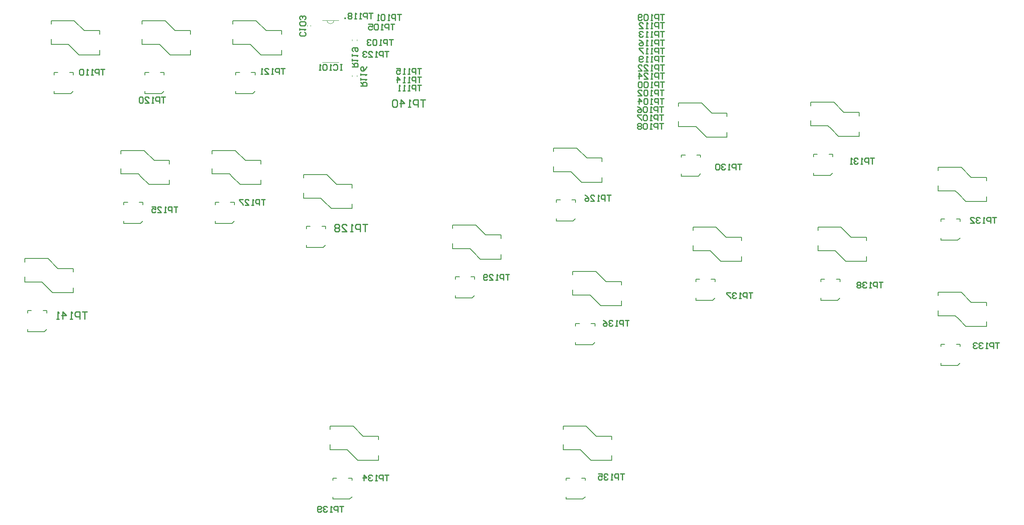
<source format=gbo>
G04*
G04 #@! TF.GenerationSoftware,Altium Limited,CircuitStudio,1.5.2 (30)*
G04*
G04 Layer_Color=13948096*
%FSLAX25Y25*%
%MOIN*%
G70*
G01*
G75*
%ADD23C,0.00591*%
%ADD24C,0.01000*%
%ADD28C,0.00394*%
%ADD51C,0.01575*%
D23*
X-45276Y-212953D02*
Y-210984D01*
Y-197598D02*
Y-195630D01*
X-29528Y-197598D02*
Y-195630D01*
X-45276D02*
X-42126D01*
X-32677D02*
X-29528D01*
X-45276Y-212953D02*
X-31496D01*
X-29528Y-210984D01*
X-24803Y-181063D02*
X-7874D01*
X-20472Y-161378D02*
X-7874D01*
X-47638Y-153110D02*
X-28740D01*
X-47638Y-172402D02*
X-33465D01*
X-31102Y-174764D02*
X-24803Y-181063D01*
X-28740Y-153110D02*
X-20472Y-161378D01*
X-47638Y-155866D02*
Y-153110D01*
Y-172402D02*
Y-168071D01*
X-7874Y-164134D02*
Y-161378D01*
Y-181063D02*
Y-177126D01*
X-33465Y-172402D02*
X-31102Y-174764D01*
X53150Y-176614D02*
Y-174646D01*
Y-161260D02*
Y-159291D01*
X68898Y-161260D02*
Y-159291D01*
X53150D02*
X56299D01*
X65748D02*
X68898D01*
X53150Y-176614D02*
X66929D01*
X68898Y-174646D01*
X73622Y-144724D02*
X90551D01*
X77953Y-125039D02*
X90551D01*
X50787Y-116772D02*
X69685D01*
X50787Y-136063D02*
X64961D01*
X67323Y-138425D02*
X73622Y-144724D01*
X69685Y-116772D02*
X77953Y-125039D01*
X50787Y-119527D02*
Y-116772D01*
Y-136063D02*
Y-131732D01*
X90551Y-127795D02*
Y-125039D01*
Y-144724D02*
Y-140787D01*
X64961Y-136063D02*
X67323Y-138425D01*
X-61024Y-111811D02*
Y-109843D01*
Y-96457D02*
Y-94488D01*
X-45276Y-96457D02*
Y-94488D01*
X-61024D02*
X-57874D01*
X-48425D02*
X-45276D01*
X-61024Y-111811D02*
X-47244D01*
X-45276Y-109843D01*
X-40551Y-79921D02*
X-23622D01*
X-36220Y-60236D02*
X-23622D01*
X-63386Y-51968D02*
X-44488D01*
X-63386Y-71260D02*
X-49213D01*
X-46850Y-73622D02*
X-40551Y-79921D01*
X-44488Y-51968D02*
X-36220Y-60236D01*
X-63386Y-54724D02*
Y-51968D01*
Y-71260D02*
Y-66929D01*
X-23622Y-62992D02*
Y-60236D01*
Y-79921D02*
Y-75984D01*
X-49213Y-71260D02*
X-46850Y-73622D01*
X41339Y-74921D02*
Y-72953D01*
Y-59567D02*
Y-57598D01*
X57087Y-59567D02*
Y-57598D01*
X41339D02*
X44488D01*
X53937D02*
X57087D01*
X41339Y-74921D02*
X55118D01*
X57087Y-72953D01*
X61811Y-43031D02*
X78740D01*
X66142Y-23347D02*
X78740D01*
X38976Y-15079D02*
X57874D01*
X38976Y-34370D02*
X53150D01*
X55512Y-36732D02*
X61811Y-43031D01*
X57874Y-15079D02*
X66142Y-23347D01*
X38976Y-17835D02*
Y-15079D01*
Y-34370D02*
Y-30039D01*
X78740Y-26102D02*
Y-23347D01*
Y-43031D02*
Y-39094D01*
X53150Y-34370D02*
X55512Y-36732D01*
X-340551Y-113779D02*
Y-111811D01*
Y-98425D02*
Y-96457D01*
X-324803Y-98425D02*
Y-96457D01*
X-340551D02*
X-337402D01*
X-327953D02*
X-324803D01*
X-340551Y-113779D02*
X-326772D01*
X-324803Y-111811D01*
X-320079Y-81890D02*
X-303150D01*
X-315748Y-62205D02*
X-303150D01*
X-342913Y-53937D02*
X-324016D01*
X-342913Y-73228D02*
X-328740D01*
X-326378Y-75590D02*
X-320079Y-81890D01*
X-324016Y-53937D02*
X-315748Y-62205D01*
X-342913Y-56693D02*
Y-53937D01*
Y-73228D02*
Y-68898D01*
X-303150Y-64961D02*
Y-62205D01*
Y-81890D02*
Y-77953D01*
X-328740Y-73228D02*
X-326378Y-75590D01*
X-323622Y-7480D02*
Y-5512D01*
Y7874D02*
Y9843D01*
X-307874Y7874D02*
Y9843D01*
X-323622D02*
X-320472D01*
X-311024D02*
X-307874D01*
X-323622Y-7480D02*
X-309842D01*
X-307874Y-5512D01*
X-303150Y24409D02*
X-286221D01*
X-298819Y44094D02*
X-286221D01*
X-325984Y52362D02*
X-307087D01*
X-325984Y33071D02*
X-311811D01*
X-309449Y30709D02*
X-303150Y24409D01*
X-307087Y52362D02*
X-298819Y44094D01*
X-325984Y49606D02*
Y52362D01*
Y33071D02*
Y37402D01*
X-286221Y41339D02*
Y44094D01*
Y24409D02*
Y28346D01*
X-311811Y33071D02*
X-309449Y30709D01*
X149606Y-74410D02*
Y-72441D01*
Y-59055D02*
Y-57087D01*
X165354Y-59055D02*
Y-57087D01*
X149606D02*
X152756D01*
X162205D02*
X165354D01*
X149606Y-74410D02*
X163386D01*
X165354Y-72441D01*
X170079Y-42520D02*
X187008D01*
X174409Y-22835D02*
X187008D01*
X147244Y-14567D02*
X166142D01*
X147244Y-33858D02*
X161417D01*
X163779Y-36220D02*
X170079Y-42520D01*
X166142Y-14567D02*
X174409Y-22835D01*
X147244Y-17323D02*
Y-14567D01*
Y-33858D02*
Y-29528D01*
X187008Y-25591D02*
Y-22835D01*
Y-42520D02*
Y-38583D01*
X161417Y-33858D02*
X163779Y-36220D01*
X155512Y-176614D02*
Y-174646D01*
Y-161260D02*
Y-159291D01*
X171260Y-161260D02*
Y-159291D01*
X155512D02*
X158661D01*
X168110D02*
X171260D01*
X155512Y-176614D02*
X169291D01*
X171260Y-174646D01*
X175984Y-144724D02*
X192913D01*
X180315Y-125039D02*
X192913D01*
X153150Y-116772D02*
X172047D01*
X153150Y-136063D02*
X167323D01*
X169685Y-138425D02*
X175984Y-144724D01*
X172047Y-116772D02*
X180315Y-125039D01*
X153150Y-119527D02*
Y-116772D01*
Y-136063D02*
Y-131732D01*
X192913Y-127795D02*
Y-125039D01*
Y-144724D02*
Y-140787D01*
X167323Y-136063D02*
X169685Y-138425D01*
X-143701Y-174803D02*
Y-172835D01*
Y-159449D02*
Y-157480D01*
X-127953Y-159449D02*
Y-157480D01*
X-143701D02*
X-140551D01*
X-131102D02*
X-127953D01*
X-143701Y-174803D02*
X-129921D01*
X-127953Y-172835D01*
X-123228Y-142913D02*
X-106299D01*
X-118898Y-123228D02*
X-106299D01*
X-146063Y-114961D02*
X-127165D01*
X-146063Y-134252D02*
X-131890D01*
X-129528Y-136614D02*
X-123228Y-142913D01*
X-127165Y-114961D02*
X-118898Y-123228D01*
X-146063Y-117717D02*
Y-114961D01*
Y-134252D02*
Y-129921D01*
X-106299Y-125984D02*
Y-123228D01*
Y-142913D02*
Y-138976D01*
X-131890Y-134252D02*
X-129528Y-136614D01*
X-415354Y-113779D02*
Y-111811D01*
Y-98425D02*
Y-96457D01*
X-399606Y-98425D02*
Y-96457D01*
X-415354D02*
X-412205D01*
X-402756D02*
X-399606D01*
X-415354Y-113779D02*
X-401575D01*
X-399606Y-111811D01*
X-394882Y-81890D02*
X-377953D01*
X-390551Y-62205D02*
X-377953D01*
X-417717Y-53937D02*
X-398819D01*
X-417717Y-73228D02*
X-403543D01*
X-401181Y-75590D02*
X-394882Y-81890D01*
X-398819Y-53937D02*
X-390551Y-62205D01*
X-417717Y-56693D02*
Y-53937D01*
Y-73228D02*
Y-68898D01*
X-377953Y-64961D02*
Y-62205D01*
Y-81890D02*
Y-77953D01*
X-403543Y-73228D02*
X-401181Y-75590D01*
X253937Y-127559D02*
Y-125591D01*
Y-112205D02*
Y-110236D01*
X269685Y-112205D02*
Y-110236D01*
X253937D02*
X257087D01*
X266535D02*
X269685D01*
X253937Y-127559D02*
X267717D01*
X269685Y-125591D01*
X274409Y-95669D02*
X291339D01*
X278740Y-75984D02*
X291339D01*
X251575Y-67716D02*
X270472D01*
X251575Y-87008D02*
X265748D01*
X268110Y-89370D02*
X274409Y-95669D01*
X270472Y-67716D02*
X278740Y-75984D01*
X251575Y-70472D02*
Y-67716D01*
Y-87008D02*
Y-82677D01*
X291339Y-78740D02*
Y-75984D01*
Y-95669D02*
Y-91732D01*
X265748Y-87008D02*
X268110Y-89370D01*
X253937Y-229921D02*
Y-227953D01*
Y-214567D02*
Y-212598D01*
X269685Y-214567D02*
Y-212598D01*
X253937D02*
X257087D01*
X266535D02*
X269685D01*
X253937Y-229921D02*
X267717D01*
X269685Y-227953D01*
X274409Y-198031D02*
X291339D01*
X278740Y-178347D02*
X291339D01*
X251575Y-170079D02*
X270472D01*
X251575Y-189370D02*
X265748D01*
X268110Y-191732D02*
X274409Y-198031D01*
X270472Y-170079D02*
X278740Y-178347D01*
X251575Y-172835D02*
Y-170079D01*
Y-189370D02*
Y-185039D01*
X291339Y-181102D02*
Y-178347D01*
Y-198031D02*
Y-194095D01*
X265748Y-189370D02*
X268110Y-191732D01*
X-53150Y-339567D02*
Y-337598D01*
Y-324213D02*
Y-322244D01*
X-37402Y-324213D02*
Y-322244D01*
X-53150D02*
X-50000D01*
X-40551D02*
X-37402D01*
X-53150Y-339567D02*
X-39370D01*
X-37402Y-337598D01*
X-32677Y-307677D02*
X-15748D01*
X-28346Y-287992D02*
X-15748D01*
X-55512Y-279724D02*
X-36614D01*
X-55512Y-299016D02*
X-41339D01*
X-38976Y-301378D02*
X-32677Y-307677D01*
X-36614Y-279724D02*
X-28346Y-287992D01*
X-55512Y-282480D02*
Y-279724D01*
Y-299016D02*
Y-294685D01*
X-15748Y-290748D02*
Y-287992D01*
Y-307677D02*
Y-303740D01*
X-41339Y-299016D02*
X-38976Y-301378D01*
X-265748Y-133465D02*
Y-131496D01*
Y-118110D02*
Y-116142D01*
X-250000Y-118110D02*
Y-116142D01*
X-265748D02*
X-262598D01*
X-253150D02*
X-250000D01*
X-265748Y-133465D02*
X-251969D01*
X-250000Y-131496D01*
X-245276Y-101575D02*
X-228346D01*
X-240945Y-81890D02*
X-228346D01*
X-268110Y-73622D02*
X-249213D01*
X-268110Y-92913D02*
X-253937D01*
X-251575Y-95276D02*
X-245276Y-101575D01*
X-249213Y-73622D02*
X-240945Y-81890D01*
X-268110Y-76378D02*
Y-73622D01*
Y-92913D02*
Y-88583D01*
X-228346Y-84646D02*
Y-81890D01*
Y-101575D02*
Y-97638D01*
X-253937Y-92913D02*
X-251575Y-95276D01*
X-398031Y-7480D02*
Y-5512D01*
Y7874D02*
Y9843D01*
X-382283Y7874D02*
Y9843D01*
X-398031D02*
X-394882D01*
X-385433D02*
X-382283D01*
X-398031Y-7480D02*
X-384252D01*
X-382283Y-5512D01*
X-377559Y24409D02*
X-360630D01*
X-373228Y44094D02*
X-360630D01*
X-400394Y52362D02*
X-381496D01*
X-400394Y33071D02*
X-386221D01*
X-383858Y30709D02*
X-377559Y24409D01*
X-381496Y52362D02*
X-373228Y44094D01*
X-400394Y49606D02*
Y52362D01*
Y33071D02*
Y37402D01*
X-360630Y41339D02*
Y44094D01*
Y24409D02*
Y28346D01*
X-386221Y33071D02*
X-383858Y30709D01*
X-244094Y-339567D02*
Y-337598D01*
Y-324213D02*
Y-322244D01*
X-228346Y-324213D02*
Y-322244D01*
X-244094D02*
X-240945D01*
X-231496D02*
X-228346D01*
X-244094Y-339567D02*
X-230315D01*
X-228346Y-337598D01*
X-223622Y-307677D02*
X-206693D01*
X-219291Y-287992D02*
X-206693D01*
X-246457Y-279724D02*
X-227559D01*
X-246457Y-299016D02*
X-232283D01*
X-229921Y-301378D02*
X-223622Y-307677D01*
X-227559Y-279724D02*
X-219291Y-287992D01*
X-246457Y-282480D02*
Y-279724D01*
Y-299016D02*
Y-294685D01*
X-206693Y-290748D02*
Y-287992D01*
Y-307677D02*
Y-303740D01*
X-232283Y-299016D02*
X-229921Y-301378D01*
X-472441Y-7480D02*
Y-5512D01*
Y7874D02*
Y9843D01*
X-456693Y7874D02*
Y9843D01*
X-472441D02*
X-469291D01*
X-459842D02*
X-456693D01*
X-472441Y-7480D02*
X-458661D01*
X-456693Y-5512D01*
X-451968Y24409D02*
X-435039D01*
X-447638Y44094D02*
X-435039D01*
X-474803Y52362D02*
X-455905D01*
X-474803Y33071D02*
X-460630D01*
X-458268Y30709D02*
X-451968Y24409D01*
X-455905Y52362D02*
X-447638Y44094D01*
X-474803Y49606D02*
Y52362D01*
Y33071D02*
Y37402D01*
X-435039Y41339D02*
Y44094D01*
Y24409D02*
Y28346D01*
X-460630Y33071D02*
X-458268Y30709D01*
X-494095Y-202362D02*
Y-200394D01*
Y-187008D02*
Y-185039D01*
X-478346Y-187008D02*
Y-185039D01*
X-494095D02*
X-490945D01*
X-481496D02*
X-478346D01*
X-494095Y-202362D02*
X-480315D01*
X-478346Y-200394D01*
X-473622Y-170472D02*
X-456693D01*
X-469291Y-150787D02*
X-456693D01*
X-496457Y-142520D02*
X-477559D01*
X-496457Y-161811D02*
X-482283D01*
X-479921Y-164173D02*
X-473622Y-170472D01*
X-477559Y-142520D02*
X-469291Y-150787D01*
X-496457Y-145276D02*
Y-142520D01*
Y-161811D02*
Y-157480D01*
X-456693Y-153543D02*
Y-150787D01*
Y-170472D02*
Y-166535D01*
X-482283Y-161811D02*
X-479921Y-164173D01*
D24*
X-215748Y-114474D02*
X-219747D01*
X-217747D01*
Y-120472D01*
X-221746D02*
Y-114474D01*
X-224745D01*
X-225745Y-115474D01*
Y-117473D01*
X-224745Y-118473D01*
X-221746D01*
X-227744Y-120472D02*
X-229744D01*
X-228744D01*
Y-114474D01*
X-227744Y-115474D01*
X-236741Y-120472D02*
X-232743D01*
X-236741Y-116474D01*
Y-115474D01*
X-235742Y-114474D01*
X-233742D01*
X-232743Y-115474D01*
X-238741D02*
X-239740Y-114474D01*
X-241740D01*
X-242739Y-115474D01*
Y-116474D01*
X-241740Y-117473D01*
X-242739Y-118473D01*
Y-119473D01*
X-241740Y-120472D01*
X-239740D01*
X-238741Y-119473D01*
Y-118473D01*
X-239740Y-117473D01*
X-238741Y-116474D01*
Y-115474D01*
X-239740Y-117473D02*
X-241740D01*
X301575Y-211419D02*
X298426D01*
X300001D01*
Y-216142D01*
X296852D02*
Y-211419D01*
X294491D01*
X293703Y-212206D01*
Y-213780D01*
X294491Y-214567D01*
X296852D01*
X292129Y-216142D02*
X290555D01*
X291342D01*
Y-211419D01*
X292129Y-212206D01*
X288193D02*
X287406Y-211419D01*
X285832D01*
X285045Y-212206D01*
Y-212993D01*
X285832Y-213780D01*
X286619D01*
X285832D01*
X285045Y-214567D01*
Y-215355D01*
X285832Y-216142D01*
X287406D01*
X288193Y-215355D01*
X283470Y-212206D02*
X282683Y-211419D01*
X281109D01*
X280322Y-212206D01*
Y-212993D01*
X281109Y-213780D01*
X281896D01*
X281109D01*
X280322Y-214567D01*
Y-215355D01*
X281109Y-216142D01*
X282683D01*
X283470Y-215355D01*
X-235433Y-345277D02*
X-238582D01*
X-237007D01*
Y-350000D01*
X-240156D02*
Y-345277D01*
X-242517D01*
X-243304Y-346064D01*
Y-347639D01*
X-242517Y-348426D01*
X-240156D01*
X-244879Y-350000D02*
X-246453D01*
X-245666D01*
Y-345277D01*
X-244879Y-346064D01*
X-248815D02*
X-249602Y-345277D01*
X-251176D01*
X-251963Y-346064D01*
Y-346851D01*
X-251176Y-347639D01*
X-250389D01*
X-251176D01*
X-251963Y-348426D01*
Y-349213D01*
X-251176Y-350000D01*
X-249602D01*
X-248815Y-349213D01*
X-253537D02*
X-254325Y-350000D01*
X-255899D01*
X-256686Y-349213D01*
Y-346064D01*
X-255899Y-345277D01*
X-254325D01*
X-253537Y-346064D01*
Y-346851D01*
X-254325Y-347639D01*
X-256686D01*
X-198425Y-319687D02*
X-201574D01*
X-199999D01*
Y-324410D01*
X-203148D02*
Y-319687D01*
X-205509D01*
X-206297Y-320474D01*
Y-322048D01*
X-205509Y-322835D01*
X-203148D01*
X-207871Y-324410D02*
X-209445D01*
X-208658D01*
Y-319687D01*
X-207871Y-320474D01*
X-211807D02*
X-212594Y-319687D01*
X-214168D01*
X-214955Y-320474D01*
Y-321261D01*
X-214168Y-322048D01*
X-213381D01*
X-214168D01*
X-214955Y-322835D01*
Y-323622D01*
X-214168Y-324410D01*
X-212594D01*
X-211807Y-323622D01*
X-218891Y-324410D02*
Y-319687D01*
X-216530Y-322048D01*
X-219678D01*
X-445276Y-186128D02*
X-449274D01*
X-447275D01*
Y-192126D01*
X-451274D02*
Y-186128D01*
X-454273D01*
X-455272Y-187128D01*
Y-189127D01*
X-454273Y-190127D01*
X-451274D01*
X-457272Y-192126D02*
X-459271D01*
X-458271D01*
Y-186128D01*
X-457272Y-187128D01*
X-465269Y-192126D02*
Y-186128D01*
X-462270Y-189127D01*
X-466269D01*
X-468268Y-192126D02*
X-470267D01*
X-469268D01*
Y-186128D01*
X-468268Y-187128D01*
X-168504Y-12506D02*
X-172503D01*
X-170503D01*
Y-18504D01*
X-174502D02*
Y-12506D01*
X-177501D01*
X-178501Y-13506D01*
Y-15505D01*
X-177501Y-16505D01*
X-174502D01*
X-180500Y-18504D02*
X-182499D01*
X-181500D01*
Y-12506D01*
X-180500Y-13506D01*
X-188497Y-18504D02*
Y-12506D01*
X-185498Y-15505D01*
X-189497D01*
X-191497Y-13506D02*
X-192496Y-12506D01*
X-194495D01*
X-195495Y-13506D01*
Y-17504D01*
X-194495Y-18504D01*
X-192496D01*
X-191497Y-17504D01*
Y-13506D01*
X-299606Y-94096D02*
X-302755D01*
X-301181D01*
Y-98819D01*
X-304329D02*
Y-94096D01*
X-306691D01*
X-307478Y-94883D01*
Y-96457D01*
X-306691Y-97245D01*
X-304329D01*
X-309052Y-98819D02*
X-310626D01*
X-309839D01*
Y-94096D01*
X-309052Y-94883D01*
X-316136Y-98819D02*
X-312988D01*
X-316136Y-95670D01*
Y-94883D01*
X-315349Y-94096D01*
X-313775D01*
X-312988Y-94883D01*
X-317711Y-94096D02*
X-320859D01*
Y-94883D01*
X-317711Y-98032D01*
Y-98819D01*
X-371260Y-100002D02*
X-374408D01*
X-372834D01*
Y-104724D01*
X-375983D02*
Y-100002D01*
X-378344D01*
X-379131Y-100789D01*
Y-102363D01*
X-378344Y-103150D01*
X-375983D01*
X-380706Y-104724D02*
X-382280D01*
X-381493D01*
Y-100002D01*
X-380706Y-100789D01*
X-387790Y-104724D02*
X-384641D01*
X-387790Y-101576D01*
Y-100789D01*
X-387003Y-100002D01*
X-385429D01*
X-384641Y-100789D01*
X-392513Y-100002D02*
X-389364D01*
Y-102363D01*
X-390938Y-101576D01*
X-391726D01*
X-392513Y-102363D01*
Y-103937D01*
X-391726Y-104724D01*
X-390151D01*
X-389364Y-103937D01*
X-283465Y13384D02*
X-286613D01*
X-285039D01*
Y8661D01*
X-288187D02*
Y13384D01*
X-290549D01*
X-291336Y12597D01*
Y11023D01*
X-290549Y10236D01*
X-288187D01*
X-292910Y8661D02*
X-294485D01*
X-293698D01*
Y13384D01*
X-292910Y12597D01*
X-299995Y8661D02*
X-296846D01*
X-299995Y11810D01*
Y12597D01*
X-299207Y13384D01*
X-297633D01*
X-296846Y12597D01*
X-301569Y8661D02*
X-303143D01*
X-302356D01*
Y13384D01*
X-301569Y12597D01*
X-381496Y-10238D02*
X-384645D01*
X-383070D01*
Y-14961D01*
X-386219D02*
Y-10238D01*
X-388580D01*
X-389368Y-11025D01*
Y-12599D01*
X-388580Y-13386D01*
X-386219D01*
X-390942Y-14961D02*
X-392516D01*
X-391729D01*
Y-10238D01*
X-390942Y-11025D01*
X-398026Y-14961D02*
X-394878D01*
X-398026Y-11812D01*
Y-11025D01*
X-397239Y-10238D01*
X-395665D01*
X-394878Y-11025D01*
X-399601D02*
X-400388Y-10238D01*
X-401962D01*
X-402749Y-11025D01*
Y-14174D01*
X-401962Y-14961D01*
X-400388D01*
X-399601Y-14174D01*
Y-11025D01*
X-431102Y12597D02*
X-434251D01*
X-432677D01*
Y7874D01*
X-435825D02*
Y12597D01*
X-438187D01*
X-438974Y11810D01*
Y10236D01*
X-438187Y9448D01*
X-435825D01*
X-440548Y7874D02*
X-442122D01*
X-441335D01*
Y12597D01*
X-440548Y11810D01*
X-444484Y7874D02*
X-446058D01*
X-445271D01*
Y12597D01*
X-444484Y11810D01*
X-448420D02*
X-449207Y12597D01*
X-450781D01*
X-451568Y11810D01*
Y8661D01*
X-450781Y7874D01*
X-449207D01*
X-448420Y8661D01*
Y11810D01*
X-99606Y-155513D02*
X-102755D01*
X-101181D01*
Y-160236D01*
X-104329D02*
Y-155513D01*
X-106691D01*
X-107478Y-156300D01*
Y-157875D01*
X-106691Y-158662D01*
X-104329D01*
X-109052Y-160236D02*
X-110626D01*
X-109839D01*
Y-155513D01*
X-109052Y-156300D01*
X-116136Y-160236D02*
X-112988D01*
X-116136Y-157088D01*
Y-156300D01*
X-115349Y-155513D01*
X-113775D01*
X-112988Y-156300D01*
X-117711Y-159449D02*
X-118498Y-160236D01*
X-120072D01*
X-120859Y-159449D01*
Y-156300D01*
X-120072Y-155513D01*
X-118498D01*
X-117711Y-156300D01*
Y-157088D01*
X-118498Y-157875D01*
X-120859D01*
X-5512Y-318899D02*
X-8660D01*
X-7086D01*
Y-323622D01*
X-10235D02*
Y-318899D01*
X-12596D01*
X-13383Y-319686D01*
Y-321261D01*
X-12596Y-322048D01*
X-10235D01*
X-14958Y-323622D02*
X-16532D01*
X-15745D01*
Y-318899D01*
X-14958Y-319686D01*
X-18893D02*
X-19681Y-318899D01*
X-21255D01*
X-22042Y-319686D01*
Y-320474D01*
X-21255Y-321261D01*
X-20468D01*
X-21255D01*
X-22042Y-322048D01*
Y-322835D01*
X-21255Y-323622D01*
X-19681D01*
X-18893Y-322835D01*
X-26765Y-318899D02*
X-23616D01*
Y-321261D01*
X-25190Y-320474D01*
X-25978D01*
X-26765Y-321261D01*
Y-322835D01*
X-25978Y-323622D01*
X-24403D01*
X-23616Y-322835D01*
X-1575Y-192915D02*
X-4723D01*
X-3149D01*
Y-197638D01*
X-6298D02*
Y-192915D01*
X-8659D01*
X-9446Y-193702D01*
Y-195276D01*
X-8659Y-196063D01*
X-6298D01*
X-11021Y-197638D02*
X-12595D01*
X-11808D01*
Y-192915D01*
X-11021Y-193702D01*
X-14956D02*
X-15743Y-192915D01*
X-17318D01*
X-18105Y-193702D01*
Y-194489D01*
X-17318Y-195276D01*
X-16531D01*
X-17318D01*
X-18105Y-196063D01*
Y-196851D01*
X-17318Y-197638D01*
X-15743D01*
X-14956Y-196851D01*
X-22828Y-192915D02*
X-21253Y-193702D01*
X-19679Y-195276D01*
Y-196851D01*
X-20466Y-197638D01*
X-22041D01*
X-22828Y-196851D01*
Y-196063D01*
X-22041Y-195276D01*
X-19679D01*
X-16535Y-90553D02*
X-19684D01*
X-18110D01*
Y-95276D01*
X-21258D02*
Y-90553D01*
X-23620D01*
X-24407Y-91340D01*
Y-92914D01*
X-23620Y-93701D01*
X-21258D01*
X-25981Y-95276D02*
X-27556D01*
X-26768D01*
Y-90553D01*
X-25981Y-91340D01*
X-33066Y-95276D02*
X-29917D01*
X-33066Y-92127D01*
Y-91340D01*
X-32278Y-90553D01*
X-30704D01*
X-29917Y-91340D01*
X-37788Y-90553D02*
X-36214Y-91340D01*
X-34640Y-92914D01*
Y-94488D01*
X-35427Y-95276D01*
X-37001D01*
X-37788Y-94488D01*
Y-93701D01*
X-37001Y-92914D01*
X-34640D01*
X206299Y-161813D02*
X203151D01*
X204725D01*
Y-166535D01*
X201576D02*
Y-161813D01*
X199215D01*
X198428Y-162600D01*
Y-164174D01*
X199215Y-164961D01*
X201576D01*
X196853Y-166535D02*
X195279D01*
X196066D01*
Y-161813D01*
X196853Y-162600D01*
X192918D02*
X192131Y-161813D01*
X190556D01*
X189769Y-162600D01*
Y-163387D01*
X190556Y-164174D01*
X191343D01*
X190556D01*
X189769Y-164961D01*
Y-165748D01*
X190556Y-166535D01*
X192131D01*
X192918Y-165748D01*
X188195Y-162600D02*
X187408Y-161813D01*
X185833D01*
X185046Y-162600D01*
Y-163387D01*
X185833Y-164174D01*
X185046Y-164961D01*
Y-165748D01*
X185833Y-166535D01*
X187408D01*
X188195Y-165748D01*
Y-164961D01*
X187408Y-164174D01*
X188195Y-163387D01*
Y-162600D01*
X187408Y-164174D02*
X185833D01*
X99606Y-170474D02*
X96458D01*
X98032D01*
Y-175197D01*
X94883D02*
Y-170474D01*
X92522D01*
X91735Y-171261D01*
Y-172835D01*
X92522Y-173623D01*
X94883D01*
X90161Y-175197D02*
X88586D01*
X89373D01*
Y-170474D01*
X90161Y-171261D01*
X86225D02*
X85438Y-170474D01*
X83863D01*
X83076Y-171261D01*
Y-172048D01*
X83863Y-172835D01*
X84650D01*
X83863D01*
X83076Y-173623D01*
Y-174410D01*
X83863Y-175197D01*
X85438D01*
X86225Y-174410D01*
X81502Y-170474D02*
X78353D01*
Y-171261D01*
X81502Y-174410D01*
Y-175197D01*
X299213Y-108663D02*
X296064D01*
X297638D01*
Y-113386D01*
X294490D02*
Y-108663D01*
X292128D01*
X291341Y-109450D01*
Y-111024D01*
X292128Y-111811D01*
X294490D01*
X289767Y-113386D02*
X288193D01*
X288980D01*
Y-108663D01*
X289767Y-109450D01*
X285831D02*
X285044Y-108663D01*
X283470D01*
X282682Y-109450D01*
Y-110237D01*
X283470Y-111024D01*
X284257D01*
X283470D01*
X282682Y-111811D01*
Y-112599D01*
X283470Y-113386D01*
X285044D01*
X285831Y-112599D01*
X277960Y-113386D02*
X281108D01*
X277960Y-110237D01*
Y-109450D01*
X278747Y-108663D01*
X280321D01*
X281108Y-109450D01*
X199213Y-60238D02*
X196064D01*
X197638D01*
Y-64961D01*
X194490D02*
Y-60238D01*
X192128D01*
X191341Y-61025D01*
Y-62599D01*
X192128Y-63386D01*
X194490D01*
X189767Y-64961D02*
X188193D01*
X188980D01*
Y-60238D01*
X189767Y-61025D01*
X185831D02*
X185044Y-60238D01*
X183470D01*
X182683Y-61025D01*
Y-61812D01*
X183470Y-62599D01*
X184257D01*
X183470D01*
X182683Y-63386D01*
Y-64174D01*
X183470Y-64961D01*
X185044D01*
X185831Y-64174D01*
X181108Y-64961D02*
X179534D01*
X180321D01*
Y-60238D01*
X181108Y-61025D01*
X90551Y-64962D02*
X87403D01*
X88977D01*
Y-69685D01*
X85828D02*
Y-64962D01*
X83467D01*
X82680Y-65749D01*
Y-67324D01*
X83467Y-68111D01*
X85828D01*
X81105Y-69685D02*
X79531D01*
X80318D01*
Y-64962D01*
X81105Y-65749D01*
X77170D02*
X76382Y-64962D01*
X74808D01*
X74021Y-65749D01*
Y-66536D01*
X74808Y-67324D01*
X75595D01*
X74808D01*
X74021Y-68111D01*
Y-68898D01*
X74808Y-69685D01*
X76382D01*
X77170Y-68898D01*
X72447Y-65749D02*
X71660Y-64962D01*
X70085D01*
X69298Y-65749D01*
Y-68898D01*
X70085Y-69685D01*
X71660D01*
X72447Y-68898D01*
Y-65749D01*
X27165Y9447D02*
X24017D01*
X25591D01*
Y4724D01*
X22443D02*
Y9447D01*
X20081D01*
X19294Y8660D01*
Y7086D01*
X20081Y6299D01*
X22443D01*
X17720Y4724D02*
X16145D01*
X16932D01*
Y9447D01*
X17720Y8660D01*
X10635Y4724D02*
X13784D01*
X10635Y7873D01*
Y8660D01*
X11422Y9447D01*
X12997D01*
X13784Y8660D01*
X6700Y4724D02*
Y9447D01*
X9061Y7086D01*
X5912D01*
X-198425Y27164D02*
X-201574D01*
X-199999D01*
Y22441D01*
X-203148D02*
Y27164D01*
X-205509D01*
X-206297Y26377D01*
Y24802D01*
X-205509Y24015D01*
X-203148D01*
X-207871Y22441D02*
X-209445D01*
X-208658D01*
Y27164D01*
X-207871Y26377D01*
X-214955Y22441D02*
X-211807D01*
X-214955Y25589D01*
Y26377D01*
X-214168Y27164D01*
X-212594D01*
X-211807Y26377D01*
X-216530D02*
X-217317Y27164D01*
X-218891D01*
X-219678Y26377D01*
Y25589D01*
X-218891Y24802D01*
X-218104D01*
X-218891D01*
X-219678Y24015D01*
Y23228D01*
X-218891Y22441D01*
X-217317D01*
X-216530Y23228D01*
X27165Y16140D02*
X24017D01*
X25591D01*
Y11417D01*
X22443D02*
Y16140D01*
X20081D01*
X19294Y15353D01*
Y13779D01*
X20081Y12992D01*
X22443D01*
X17720Y11417D02*
X16145D01*
X16932D01*
Y16140D01*
X17720Y15353D01*
X10635Y11417D02*
X13784D01*
X10635Y14566D01*
Y15353D01*
X11422Y16140D01*
X12997D01*
X13784Y15353D01*
X5912Y11417D02*
X9061D01*
X5912Y14566D01*
Y15353D01*
X6700Y16140D01*
X8274D01*
X9061Y15353D01*
X27165Y23227D02*
X24017D01*
X25591D01*
Y18504D01*
X22443D02*
Y23227D01*
X20081D01*
X19294Y22440D01*
Y20865D01*
X20081Y20078D01*
X22443D01*
X17720Y18504D02*
X16145D01*
X16932D01*
Y23227D01*
X17720Y22440D01*
X13784Y18504D02*
X12210D01*
X12997D01*
Y23227D01*
X13784Y22440D01*
X9848Y19291D02*
X9061Y18504D01*
X7487D01*
X6700Y19291D01*
Y22440D01*
X7487Y23227D01*
X9061D01*
X9848Y22440D01*
Y21653D01*
X9061Y20865D01*
X6700D01*
X-211417Y58660D02*
X-214566D01*
X-212992D01*
Y53937D01*
X-216140D02*
Y58660D01*
X-218502D01*
X-219289Y57873D01*
Y56299D01*
X-218502Y55511D01*
X-216140D01*
X-220863Y53937D02*
X-222437D01*
X-221650D01*
Y58660D01*
X-220863Y57873D01*
X-224799Y53937D02*
X-226373D01*
X-225586D01*
Y58660D01*
X-224799Y57873D01*
X-228735D02*
X-229522Y58660D01*
X-231096D01*
X-231883Y57873D01*
Y57086D01*
X-231096Y56299D01*
X-231883Y55511D01*
Y54724D01*
X-231096Y53937D01*
X-229522D01*
X-228735Y54724D01*
Y55511D01*
X-229522Y56299D01*
X-228735Y57086D01*
Y57873D01*
X-229522Y56299D02*
X-231096D01*
X27165Y29920D02*
X24017D01*
X25591D01*
Y25197D01*
X22443D02*
Y29920D01*
X20081D01*
X19294Y29133D01*
Y27558D01*
X20081Y26771D01*
X22443D01*
X17720Y25197D02*
X16145D01*
X16932D01*
Y29920D01*
X17720Y29133D01*
X13784Y25197D02*
X12210D01*
X12997D01*
Y29920D01*
X13784Y29133D01*
X9848Y29920D02*
X6700D01*
Y29133D01*
X9848Y25984D01*
Y25197D01*
X27165Y36613D02*
X24017D01*
X25591D01*
Y31890D01*
X22443D02*
Y36613D01*
X20081D01*
X19294Y35825D01*
Y34251D01*
X20081Y33464D01*
X22443D01*
X17720Y31890D02*
X16145D01*
X16932D01*
Y36613D01*
X17720Y35825D01*
X13784Y31890D02*
X12210D01*
X12997D01*
Y36613D01*
X13784Y35825D01*
X6700Y36613D02*
X8274Y35825D01*
X9848Y34251D01*
Y32677D01*
X9061Y31890D01*
X7487D01*
X6700Y32677D01*
Y33464D01*
X7487Y34251D01*
X9848D01*
X-171653Y13384D02*
X-174802D01*
X-173228D01*
Y8661D01*
X-176376D02*
Y13384D01*
X-178738D01*
X-179525Y12597D01*
Y11023D01*
X-178738Y10236D01*
X-176376D01*
X-181099Y8661D02*
X-182674D01*
X-181886D01*
Y13384D01*
X-181099Y12597D01*
X-185035Y8661D02*
X-186609D01*
X-185822D01*
Y13384D01*
X-185035Y12597D01*
X-192119Y13384D02*
X-188971D01*
Y11023D01*
X-190545Y11810D01*
X-191332D01*
X-192119Y11023D01*
Y9449D01*
X-191332Y8661D01*
X-189758D01*
X-188971Y9449D01*
X-171653Y6298D02*
X-174802D01*
X-173228D01*
Y1575D01*
X-176376D02*
Y6298D01*
X-178738D01*
X-179525Y5511D01*
Y3936D01*
X-178738Y3149D01*
X-176376D01*
X-181099Y1575D02*
X-182674D01*
X-181886D01*
Y6298D01*
X-181099Y5511D01*
X-185035Y1575D02*
X-186609D01*
X-185822D01*
Y6298D01*
X-185035Y5511D01*
X-191332Y1575D02*
Y6298D01*
X-188971Y3936D01*
X-192119D01*
X27165Y43699D02*
X24017D01*
X25591D01*
Y38976D01*
X22443D02*
Y43699D01*
X20081D01*
X19294Y42912D01*
Y41338D01*
X20081Y40551D01*
X22443D01*
X17720Y38976D02*
X16145D01*
X16932D01*
Y43699D01*
X17720Y42912D01*
X13784Y38976D02*
X12210D01*
X12997D01*
Y43699D01*
X13784Y42912D01*
X9848D02*
X9061Y43699D01*
X7487D01*
X6700Y42912D01*
Y42125D01*
X7487Y41338D01*
X8274D01*
X7487D01*
X6700Y40551D01*
Y39764D01*
X7487Y38976D01*
X9061D01*
X9848Y39764D01*
X27165Y50786D02*
X24017D01*
X25591D01*
Y46063D01*
X22443D02*
Y50786D01*
X20081D01*
X19294Y49999D01*
Y48424D01*
X20081Y47637D01*
X22443D01*
X17720Y46063D02*
X16145D01*
X16932D01*
Y50786D01*
X17720Y49999D01*
X13784Y46063D02*
X12210D01*
X12997D01*
Y50786D01*
X13784Y49999D01*
X6700Y46063D02*
X9848D01*
X6700Y49212D01*
Y49999D01*
X7487Y50786D01*
X9061D01*
X9848Y49999D01*
X-171653Y-395D02*
X-174802D01*
X-173228D01*
Y-5118D01*
X-176376D02*
Y-395D01*
X-178738D01*
X-179525Y-1182D01*
Y-2757D01*
X-178738Y-3544D01*
X-176376D01*
X-181099Y-5118D02*
X-182674D01*
X-181886D01*
Y-395D01*
X-181099Y-1182D01*
X-185035Y-5118D02*
X-186609D01*
X-185822D01*
Y-395D01*
X-185035Y-1182D01*
X-188971Y-5118D02*
X-190545D01*
X-189758D01*
Y-395D01*
X-188971Y-1182D01*
X27165Y57479D02*
X24017D01*
X25591D01*
Y52756D01*
X22443D02*
Y57479D01*
X20081D01*
X19294Y56692D01*
Y55117D01*
X20081Y54330D01*
X22443D01*
X17720Y52756D02*
X16145D01*
X16932D01*
Y57479D01*
X17720Y56692D01*
X13784D02*
X12997Y57479D01*
X11422D01*
X10635Y56692D01*
Y53543D01*
X11422Y52756D01*
X12997D01*
X13784Y53543D01*
Y56692D01*
X9061Y53543D02*
X8274Y52756D01*
X6700D01*
X5912Y53543D01*
Y56692D01*
X6700Y57479D01*
X8274D01*
X9061Y56692D01*
Y55905D01*
X8274Y55117D01*
X5912D01*
X26575Y-31694D02*
X23426D01*
X25001D01*
Y-36417D01*
X21852D02*
Y-31694D01*
X19490D01*
X18703Y-32482D01*
Y-34056D01*
X19490Y-34843D01*
X21852D01*
X17129Y-36417D02*
X15555D01*
X16342D01*
Y-31694D01*
X17129Y-32482D01*
X13193D02*
X12406Y-31694D01*
X10832D01*
X10045Y-32482D01*
Y-35630D01*
X10832Y-36417D01*
X12406D01*
X13193Y-35630D01*
Y-32482D01*
X8470D02*
X7683Y-31694D01*
X6109D01*
X5322Y-32482D01*
Y-33269D01*
X6109Y-34056D01*
X5322Y-34843D01*
Y-35630D01*
X6109Y-36417D01*
X7683D01*
X8470Y-35630D01*
Y-34843D01*
X7683Y-34056D01*
X8470Y-33269D01*
Y-32482D01*
X7683Y-34056D02*
X6109D01*
X26575Y-24805D02*
X23426D01*
X25001D01*
Y-29528D01*
X21852D02*
Y-24805D01*
X19490D01*
X18703Y-25592D01*
Y-27166D01*
X19490Y-27953D01*
X21852D01*
X17129Y-29528D02*
X15555D01*
X16342D01*
Y-24805D01*
X17129Y-25592D01*
X13193D02*
X12406Y-24805D01*
X10832D01*
X10045Y-25592D01*
Y-28740D01*
X10832Y-29528D01*
X12406D01*
X13193Y-28740D01*
Y-25592D01*
X8470Y-24805D02*
X5322D01*
Y-25592D01*
X8470Y-28740D01*
Y-29528D01*
X26575Y-17915D02*
X23426D01*
X25001D01*
Y-22638D01*
X21852D02*
Y-17915D01*
X19490D01*
X18703Y-18702D01*
Y-20276D01*
X19490Y-21064D01*
X21852D01*
X17129Y-22638D02*
X15555D01*
X16342D01*
Y-17915D01*
X17129Y-18702D01*
X13193D02*
X12406Y-17915D01*
X10832D01*
X10045Y-18702D01*
Y-21851D01*
X10832Y-22638D01*
X12406D01*
X13193Y-21851D01*
Y-18702D01*
X5322Y-17915D02*
X6896Y-18702D01*
X8470Y-20276D01*
Y-21851D01*
X7683Y-22638D01*
X6109D01*
X5322Y-21851D01*
Y-21064D01*
X6109Y-20276D01*
X8470D01*
X-193701Y49605D02*
X-196849D01*
X-195275D01*
Y44882D01*
X-198424D02*
Y49605D01*
X-200785D01*
X-201572Y48818D01*
Y47243D01*
X-200785Y46456D01*
X-198424D01*
X-203147Y44882D02*
X-204721D01*
X-203934D01*
Y49605D01*
X-203147Y48818D01*
X-207082D02*
X-207869Y49605D01*
X-209444D01*
X-210231Y48818D01*
Y45669D01*
X-209444Y44882D01*
X-207869D01*
X-207082Y45669D01*
Y48818D01*
X-214954Y49605D02*
X-211805D01*
Y47243D01*
X-213380Y48030D01*
X-214167D01*
X-214954Y47243D01*
Y45669D01*
X-214167Y44882D01*
X-212592D01*
X-211805Y45669D01*
X27000Y-11277D02*
X23851D01*
X25426D01*
Y-16000D01*
X22277D02*
Y-11277D01*
X19916D01*
X19128Y-12064D01*
Y-13639D01*
X19916Y-14426D01*
X22277D01*
X17554Y-16000D02*
X15980D01*
X16767D01*
Y-11277D01*
X17554Y-12064D01*
X13619D02*
X12831Y-11277D01*
X11257D01*
X10470Y-12064D01*
Y-15213D01*
X11257Y-16000D01*
X12831D01*
X13619Y-15213D01*
Y-12064D01*
X6534Y-16000D02*
Y-11277D01*
X8896Y-13639D01*
X5747D01*
X-194882Y37006D02*
X-198030D01*
X-196456D01*
Y32283D01*
X-199605D02*
Y37006D01*
X-201966D01*
X-202753Y36219D01*
Y34645D01*
X-201966Y33858D01*
X-199605D01*
X-204328Y32283D02*
X-205902D01*
X-205115D01*
Y37006D01*
X-204328Y36219D01*
X-208263D02*
X-209050Y37006D01*
X-210625D01*
X-211412Y36219D01*
Y33071D01*
X-210625Y32283D01*
X-209050D01*
X-208263Y33071D01*
Y36219D01*
X-212986D02*
X-213773Y37006D01*
X-215348D01*
X-216135Y36219D01*
Y35432D01*
X-215348Y34645D01*
X-214561D01*
X-215348D01*
X-216135Y33858D01*
Y33071D01*
X-215348Y32283D01*
X-213773D01*
X-212986Y33071D01*
X27000Y-4277D02*
X23851D01*
X25426D01*
Y-9000D01*
X22277D02*
Y-4277D01*
X19916D01*
X19128Y-5064D01*
Y-6639D01*
X19916Y-7426D01*
X22277D01*
X17554Y-9000D02*
X15980D01*
X16767D01*
Y-4277D01*
X17554Y-5064D01*
X13619D02*
X12831Y-4277D01*
X11257D01*
X10470Y-5064D01*
Y-8213D01*
X11257Y-9000D01*
X12831D01*
X13619Y-8213D01*
Y-5064D01*
X5747Y-9000D02*
X8896D01*
X5747Y-5851D01*
Y-5064D01*
X6534Y-4277D01*
X8108D01*
X8896Y-5064D01*
X-188189Y57479D02*
X-191338D01*
X-189763D01*
Y52756D01*
X-192912D02*
Y57479D01*
X-195273D01*
X-196060Y56692D01*
Y55117D01*
X-195273Y54330D01*
X-192912D01*
X-197635Y52756D02*
X-199209D01*
X-198422D01*
Y57479D01*
X-197635Y56692D01*
X-201571D02*
X-202358Y57479D01*
X-203932D01*
X-204719Y56692D01*
Y53543D01*
X-203932Y52756D01*
X-202358D01*
X-201571Y53543D01*
Y56692D01*
X-206293Y52756D02*
X-207868D01*
X-207081D01*
Y57479D01*
X-206293Y56692D01*
X27165Y2361D02*
X24017D01*
X25591D01*
Y-2362D01*
X22443D02*
Y2361D01*
X20081D01*
X19294Y1574D01*
Y-1D01*
X20081Y-788D01*
X22443D01*
X17720Y-2362D02*
X16145D01*
X16932D01*
Y2361D01*
X17720Y1574D01*
X13784D02*
X12997Y2361D01*
X11422D01*
X10635Y1574D01*
Y-1575D01*
X11422Y-2362D01*
X12997D01*
X13784Y-1575D01*
Y1574D01*
X9061D02*
X8274Y2361D01*
X6700D01*
X5912Y1574D01*
Y-1575D01*
X6700Y-2362D01*
X8274D01*
X9061Y-1575D01*
Y1574D01*
X-228346Y14567D02*
X-223624D01*
Y16928D01*
X-224411Y17716D01*
X-225985D01*
X-226772Y16928D01*
Y14567D01*
Y16141D02*
X-228346Y17716D01*
Y19290D02*
Y20864D01*
Y20077D01*
X-223624D01*
X-224411Y19290D01*
X-228346Y23226D02*
Y24800D01*
Y24013D01*
X-223624D01*
X-224411Y23226D01*
X-227559Y27161D02*
X-228346Y27948D01*
Y29523D01*
X-227559Y30310D01*
X-224411D01*
X-223624Y29523D01*
Y27948D01*
X-224411Y27161D01*
X-225198D01*
X-225985Y27948D01*
Y30310D01*
X-221260Y-1181D02*
X-216537D01*
Y1180D01*
X-217324Y1967D01*
X-218898D01*
X-219686Y1180D01*
Y-1181D01*
Y393D02*
X-221260Y1967D01*
Y3542D02*
Y5116D01*
Y4329D01*
X-216537D01*
X-217324Y3542D01*
X-221260Y7478D02*
Y9052D01*
Y8265D01*
X-216537D01*
X-217324Y7478D01*
X-216537Y14562D02*
X-217324Y12988D01*
X-218898Y11413D01*
X-220473D01*
X-221260Y12200D01*
Y13775D01*
X-220473Y14562D01*
X-219686D01*
X-218898Y13775D01*
Y11413D01*
X-236614Y16534D02*
X-238189D01*
X-237401D01*
Y11811D01*
X-236614D01*
X-238189D01*
X-243699Y15747D02*
X-242911Y16534D01*
X-241337D01*
X-240550Y15747D01*
Y12598D01*
X-241337Y11811D01*
X-242911D01*
X-243699Y12598D01*
X-245273Y11811D02*
X-246847D01*
X-246060D01*
Y16534D01*
X-245273Y15747D01*
X-249208D02*
X-249996Y16534D01*
X-251570D01*
X-252357Y15747D01*
Y12598D01*
X-251570Y11811D01*
X-249996D01*
X-249208Y12598D01*
Y15747D01*
X-253931Y11811D02*
X-255506D01*
X-254719D01*
Y16534D01*
X-253931Y15747D01*
X-267324Y42912D02*
X-266537Y42125D01*
Y40551D01*
X-267324Y39764D01*
X-270473D01*
X-271260Y40551D01*
Y42125D01*
X-270473Y42912D01*
X-271260Y44487D02*
Y46061D01*
Y45274D01*
X-266537D01*
X-267324Y44487D01*
Y48422D02*
X-266537Y49210D01*
Y50784D01*
X-267324Y51571D01*
X-270473D01*
X-271260Y50784D01*
Y49210D01*
X-270473Y48422D01*
X-267324D01*
Y53145D02*
X-266537Y53932D01*
Y55507D01*
X-267324Y56294D01*
X-268111D01*
X-268898Y55507D01*
Y54720D01*
Y55507D01*
X-269686Y56294D01*
X-270473D01*
X-271260Y55507D01*
Y53932D01*
X-270473Y53145D01*
D28*
X-248847Y52579D02*
G03*
X-243279Y52579I2784J0D01*
G01*
X-252756D02*
X-239370D01*
X-252756Y18209D02*
X-239370D01*
X-224410Y6496D02*
Y7677D01*
X-228346Y6496D02*
Y7677D01*
Y35827D02*
Y37008D01*
X-224410Y35827D02*
Y37008D01*
X-265158Y48031D02*
Y48425D01*
X-262402Y48031D02*
Y48425D01*
D51*
X-233976Y54244D02*
D03*
M02*

</source>
